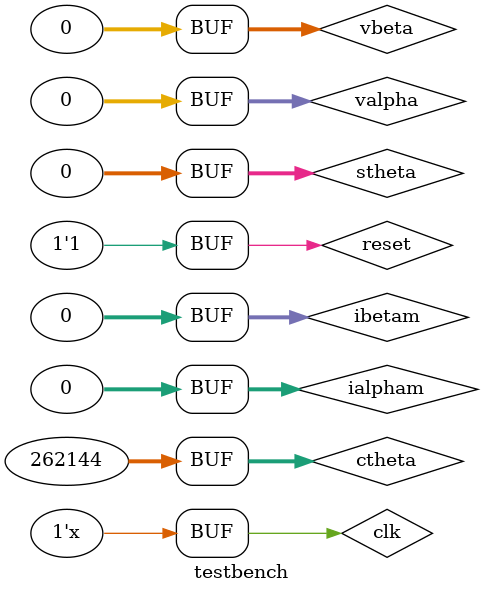
<source format=v>
`include "D:/Programs/Quartus/quartus/eda/sim_lib/220model.v"
`include "kalman.v"
`include "div2.v"
`include "sequential_matrix.v"
`include "parallel_matrix.v"
`include "qmult.v"
`include "qadd.v"
`include "cordic.v"

`timescale 1ps / 1ps
module testbench;

reg [31:0] valpha,vbeta,ialpham,ibetam,ctheta,stheta;
wire signed [31:0] omega,theta;
reg clk,reset;

parameter [31:0] sf = 2**18;

initial begin
valpha = 0;
vbeta = 0;
ialpham = 0;
ibetam = 0;
ctheta = sf;
stheta = 0;

	clk = 1'b0;
	reset = 1'b1;
	#10 reset =1'b0;
	#10 reset = 1'b1;
	
end


kalman kalman0(.valpha(valpha),.vbeta(vbeta),.ialpham(ialpham),.ibetam(ibetam),.ctheta(ctheta),.stheta(stheta),.clk(clk),.reset(reset),.omega(omega),.theta(theta));

always #5 clk=~clk;

endmodule
</source>
